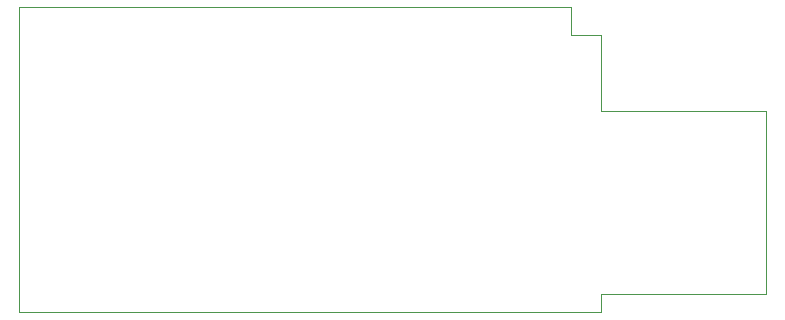
<source format=gbl>
%FSLAX23Y23*%
%MOIN*%
G70*
G01*
G75*
G04 Layer_Color=8421504*
%ADD10R,0.069X0.041*%
%ADD11R,0.031X0.035*%
%ADD12R,0.031X0.030*%
%ADD13R,0.030X0.031*%
%ADD14R,0.024X0.020*%
%ADD15R,0.020X0.024*%
%ADD16O,0.063X0.022*%
%ADD17O,0.022X0.063*%
%ADD18O,0.067X0.010*%
%ADD19R,0.031X0.031*%
%ADD20R,0.067X0.014*%
%ADD21C,0.060*%
%ADD22R,0.094X0.120*%
%ADD23C,0.012*%
%ADD24C,0.008*%
%ADD25C,0.016*%
%ADD26C,0.020*%
%ADD27R,0.115X0.028*%
%ADD28C,0.010*%
%ADD29C,0.002*%
%ADD30C,0.006*%
%ADD31C,0.024*%
%ADD32R,0.039X0.039*%
%ADD33R,0.089X0.020*%
%ADD34R,0.157X0.081*%
%ADD35R,0.138X0.081*%
%ADD36C,0.024*%
%ADD37C,0.010*%
%ADD38C,0.008*%
%ADD39C,0.005*%
%ADD40C,0.007*%
%ADD41R,0.077X0.049*%
%ADD42R,0.039X0.043*%
%ADD43R,0.039X0.038*%
%ADD44R,0.038X0.039*%
%ADD45R,0.032X0.028*%
%ADD46R,0.028X0.032*%
%ADD47O,0.075X0.034*%
%ADD48O,0.034X0.075*%
%ADD49O,0.077X0.020*%
%ADD50R,0.039X0.039*%
%ADD51R,0.079X0.026*%
%ADD52C,0.068*%
%ADD53R,0.102X0.128*%
%ADD54C,0.032*%
D29*
X3783Y3770D02*
Y4026D01*
Y3770D02*
X3783Y3770D01*
X4334D01*
X3783Y3160D02*
X4334D01*
X3783Y3101D02*
Y3160D01*
X4334Y3160D02*
X4334Y3160D01*
X4334Y3160D02*
Y3770D01*
X3733Y3101D02*
X3782D01*
X3684Y4026D02*
Y4116D01*
X1843Y4117D02*
X3684D01*
Y4026D02*
X3783D01*
X1843Y3101D02*
Y4117D01*
Y3101D02*
X3733D01*
M02
</source>
